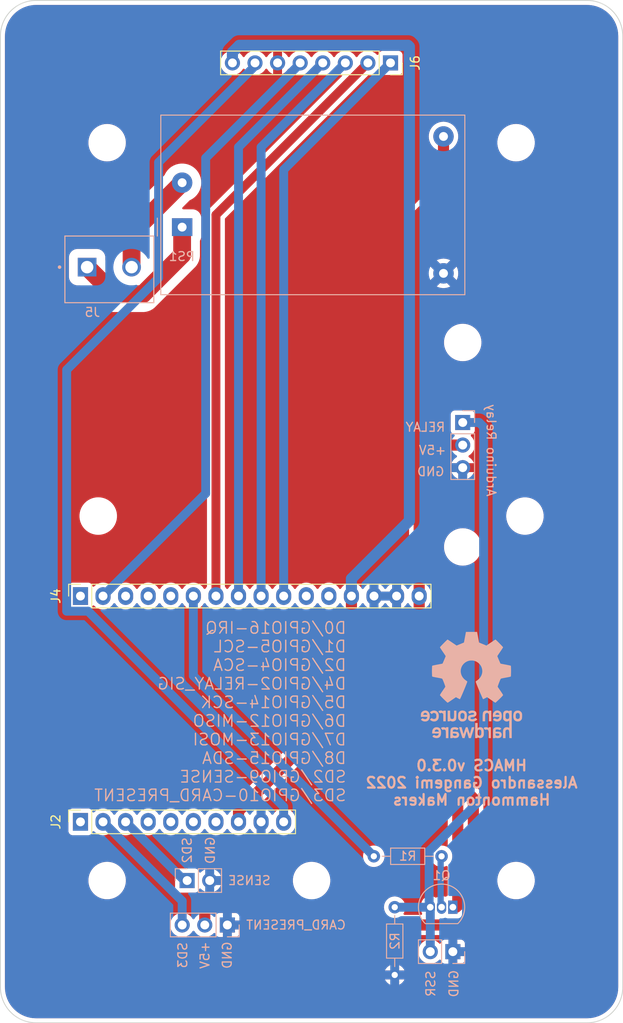
<source format=kicad_pcb>
(kicad_pcb (version 20211014) (generator pcbnew)
  (layers (0 "F.Cu" signal) (31 "B.Cu" signal) (36 "B.SilkS" user "B.Silkscreen") (37 "F.SilkS" user "F.Silkscreen") (38 "B.Mask" user) (39 "F.Mask" user) (44 "Edge.Cuts" user))
  (net 0 "")
  (net 1 "+3V3")
  (net 2 "A0")
  (net 3 "SD3")
  (net 4 "SD2")
  (net 5 "SD1")
  (net 6 "CMD")
  (net 7 "SD0")
  (net 8 "CLK")
  (net 9 "GND")
  (net 10 "RESET")
  (net 11 "EN")
  (net 12 "SCL")
  (net 13 "SCA")
  (net 14 "RELAY")
  (net 15 "SCK")
  (net 16 "MISO")
  (net 17 "MOSI")
  (net 18 "SDA")
  (net 19 "RX")
  (net 20 "TX")
  (net 21 "+5V")
  (net 22 "LINE")
  (net 23 "NEUT")
  (net 24 "Net-(Q1-Pad2)")
  (net 25 "IRQ")
  (net 26 "D3")
  (net 27 "RELAY_SIG")
  (footprint "MountingHole:MountingHole_3.2mm_M3" (layer "F.Cu") (at 61 93)
    (fp_text reference "REF**" hide)
    (fp_text value "MountingHole_3.2mm_M3")
    (pad "" np_thru_hole circle (at 0 0) (size 3.2 3.2) (drill 3.2) (layers *.Cu *.Mask))
  )
  (footprint "MountingHole:MountingHole_3.2mm_M3" (layer "F.Cu") (at 108 134)
    (fp_text reference "REF**" hide)
    (fp_text value "MountingHole_3.2mm_M3")
    (pad "" np_thru_hole circle (at 0 0) (size 3.2 3.2) (drill 3.2) (layers *.Cu *.Mask))
  )
  (footprint "MountingHole:MountingHole_3.2mm_M3" (layer "F.Cu") (at 62 134)
    (fp_text reference "REF**" hide)
    (fp_text value "MountingHole_3.2mm_M3")
    (pad "" np_thru_hole circle (at 0 0) (size 3.2 3.2) (drill 3.2) (layers *.Cu *.Mask))
  )
  (footprint "Connector_PinSocket_2.54mm:PinSocket_1x08_P2.54mm_Vertical" (layer "F.Cu") (at 93.875 42.025 -90)
    (fp_text reference "J6" (at 0 -2.77 90) (layer "F.SilkS"))
    (fp_text value "RFID_HEADER")
    (pad "1" thru_hole rect (at 0 0 270) (size 1.7 1.7) (drill 1) (layers *.Cu *.Mask) (net 18 "SDA"))
    (pad "2" thru_hole oval (at 0 2.54 270) (size 1.7 1.7) (drill 1) (layers *.Cu *.Mask) (net 15 "SCK"))
    (pad "3" thru_hole oval (at 0 5.08 270) (size 1.7 1.7) (drill 1) (layers *.Cu *.Mask) (net 17 "MOSI"))
    (pad "4" thru_hole oval (at 0 7.62 270) (size 1.7 1.7) (drill 1) (layers *.Cu *.Mask) (net 16 "MISO"))
    (pad "5" thru_hole oval (at 0 10.16 270) (size 1.7 1.7) (drill 1) (layers *.Cu *.Mask) (net 25 "IRQ"))
    (pad "6" thru_hole oval (at 0 12.7 270) (size 1.7 1.7) (drill 1) (layers *.Cu *.Mask) (net 9 "GND"))
    (pad "7" thru_hole oval (at 0 15.24 270) (size 1.7 1.7) (drill 1) (layers *.Cu *.Mask) (net 10 "RESET"))
    (pad "8" thru_hole oval (at 0 17.78 270) (size 1.7 1.7) (drill 1) (layers *.Cu *.Mask) (net 1 "+3V3"))
  )
  (footprint "MountingHole:MountingHole_3.2mm_M3" (layer "F.Cu") (at 85 134)
    (fp_text reference "REF**" hide)
    (fp_text value "MountingHole_3.2mm_M3")
    (pad "" np_thru_hole circle (at 0 0) (size 3.2 3.2) (drill 3.2) (layers *.Cu *.Mask))
  )
  (footprint "MountingHole:MountingHole_3.2mm_M3" (layer "F.Cu") (at 102 96.475)
    (fp_text reference "REF**" hide)
    (fp_text value "MountingHole_3.2mm_M3")
    (pad "" np_thru_hole circle (at 0 0) (size 3.2 3.2) (drill 3.2) (layers *.Cu *.Mask))
  )
  (footprint "MountingHole:MountingHole_3.2mm_M3" (layer "F.Cu") (at 62 51)
    (fp_text reference "REF**" hide)
    (fp_text value "MountingHole_3.2mm_M3")
    (pad "" np_thru_hole circle (at 0 0) (size 3.2 3.2) (drill 3.2) (layers *.Cu *.Mask))
  )
  (footprint "Connector_PinSocket_2.54mm:PinSocket_1x10_P2.54mm_Vertical" (layer "F.Cu") (at 59 127.4 90)
    (fp_text reference "J2" (at 0 -2.77 90) (layer "F.SilkS"))
    (fp_text value "MODULE_CONN_2")
    (pad "1" thru_hole rect (at 0 0 90) (size 2 1.7) (drill 1) (layers *.Cu *.Mask) (net 2 "A0"))
    (pad "2" thru_hole oval (at 0 2.54 90) (size 2 1.7) (drill 1) (layers *.Cu *.Mask) (net 3 "SD3"))
    (pad "3" thru_hole oval (at 0 5.08 90) (size 2 1.7) (drill 1) (layers *.Cu *.Mask) (net 4 "SD2"))
    (pad "4" thru_hole oval (at 0 7.62 90) (size 2 1.7) (drill 1) (layers *.Cu *.Mask) (net 5 "SD1"))
    (pad "5" thru_hole oval (at 0 10.16 90) (size 2 1.7) (drill 1) (layers *.Cu *.Mask) (net 6 "CMD"))
    (pad "6" thru_hole oval (at 0 12.7 90) (size 2 1.7) (drill 1) (layers *.Cu *.Mask) (net 7 "SD0"))
    (pad "7" thru_hole oval (at 0 15.24 90) (size 2 1.7) (drill 1) (layers *.Cu *.Mask) (net 8 "CLK"))
    (pad "8" thru_hole oval (at 0 17.78 90) (size 2 1.7) (drill 1) (layers *.Cu *.Mask) (net 1 "+3V3"))
    (pad "9" thru_hole oval (at 0 20.32 90) (size 2 1.7) (drill 1) (layers *.Cu *.Mask) (net 9 "GND"))
    (pad "10" thru_hole oval (at 0 22.86 90) (size 2 1.7) (drill 1) (layers *.Cu *.Mask) (net 10 "RESET"))
  )
  (footprint "MountingHole:MountingHole_3.2mm_M3" (layer "F.Cu") (at 108 51)
    (fp_text reference "REF**" hide)
    (fp_text value "MountingHole_3.2mm_M3")
    (pad "" np_thru_hole circle (at 0 0) (size 3.2 3.2) (drill 3.2) (layers *.Cu *.Mask))
  )
  (footprint "MountingHole:MountingHole_3.2mm_M3" (layer "F.Cu") (at 102 73.475)
    (fp_text reference "REF**" hide)
    (fp_text value "MountingHole_3.2mm_M3")
    (pad "" np_thru_hole circle (at 0 0) (size 3.2 3.2) (drill 3.2) (layers *.Cu *.Mask))
  )
  (footprint "MountingHole:MountingHole_3.2mm_M3" (layer "F.Cu") (at 109 93)
    (fp_text reference "REF**" hide)
    (fp_text value "MountingHole_3.2mm_M3")
    (pad "" np_thru_hole circle (at 0 0) (size 3.2 3.2) (drill 3.2) (layers *.Cu *.Mask))
  )
  (footprint "Connector_PinSocket_2.54mm:PinSocket_1x16_P2.54mm_Vertical" (layer "F.Cu") (at 59 102 90)
    (fp_text reference "J4" (at 0 -2.77 90) (layer "F.SilkS"))
    (fp_text value "MODULE_CONN_1")
    (pad "1" thru_hole rect (at 0 0 90) (size 2 1.7) (drill 1) (layers *.Cu *.Mask) (net 11 "EN"))
    (pad "2" thru_hole oval (at 0 2.54 90) (size 2 1.7) (drill 1) (layers *.Cu *.Mask) (net 25 "IRQ"))
    (pad "3" thru_hole oval (at 0 5.08 90) (size 2 1.7) (drill 1) (layers *.Cu *.Mask) (net 12 "SCL"))
    (pad "4" thru_hole oval (at 0 7.62 90) (size 2 1.7) (drill 1) (layers *.Cu *.Mask) (net 13 "SCA"))
    (pad "5" thru_hole oval (at 0 10.16 90) (size 2 1.7) (drill 1) (layers *.Cu *.Mask) (net 26 "D3"))
    (pad "6" thru_hole oval (at 0 12.7 90) (size 2 1.7) (drill 1) (layers *.Cu *.Mask) (net 27 "RELAY_SIG"))
    (pad "7" thru_hole oval (at 0 15.24 90) (size 2 1.7) (drill 1) (layers *.Cu *.Mask) (net 15 "SCK"))
    (pad "8" thru_hole oval (at 0 17.78 90) (size 2 1.7) (drill 1) (layers *.Cu *.Mask) (net 16 "MISO"))
    (pad "9" thru_hole oval (at 0 20.32 90) (size 2 1.7) (drill 1) (layers *.Cu *.Mask) (net 17 "MOSI"))
    (pad "10" thru_hole oval (at 0 22.86 90) (size 2 1.7) (drill 1) (layers *.Cu *.Mask) (net 18 "SDA"))
    (pad "11" thru_hole oval (at 0 25.4 90) (size 2 1.7) (drill 1) (layers *.Cu *.Mask) (net 19 "RX"))
    (pad "12" thru_hole oval (at 0 27.94 90) (size 2 1.7) (drill 1) (layers *.Cu *.Mask) (net 20 "TX"))
    (pad "13" thru_hole oval (at 0 30.48 90) (size 2 1.7) (drill 1) (layers *.Cu *.Mask) (net 1 "+3V3"))
    (pad "14" thru_hole oval (at 0 33.02 90) (size 2 1.7) (drill 1) (layers *.Cu *.Mask) (net 9 "GND"))
    (pad "15" thru_hole oval (at 0 35.56 90) (size 2 1.7) (drill 1) (layers *.Cu *.Mask) (net 9 "GND"))
    (pad "16" thru_hole oval (at 0 38.1 90) (size 2 1.7) (drill 1) (layers *.Cu *.Mask) (net 21 "+5V"))
  )
  (footprint "Symbol:OSHW-Logo_11.4x12mm_SilkScreen" (layer "B.Cu") (at 103 112 180)
    (fp_text reference "REF**" hide)
    (fp_text value "OSHW-Logo_11.4x12mm_SilkScreen" hide)
  )
  (footprint "Resistor_THT:R_Axial_DIN0204_L3.6mm_D1.6mm_P7.62mm_Horizontal" (layer "B.Cu") (at 94.35 137 -90)
    (fp_text reference "R2" (at 3.81 -0.02 90) (layer "B.SilkS") (effects (justify mirror)))
    (fp_text value "R")
    (pad "1" thru_hole circle (at 0 0 270) (size 1.4 1.4) (drill 0.7) (layers *.Cu *.Mask) (net 14 "RELAY"))
    (pad "2" thru_hole oval (at 7.62 0 270) (size 1.4 1.4) (drill 0.7) (layers *.Cu *.Mask) (net 9 "GND"))
  )
  (footprint "Connector_PinHeader_2.54mm:PinHeader_1x02_P2.54mm_Vertical" (layer "B.Cu") (at 71 134 -90)
    (fp_text reference "J3" hide)
    (fp_text value "SENSE_PIN_CONNECTOR")
    (pad "1" thru_hole rect (at 0 0 270) (size 1.7 1.7) (drill 1) (layers *.Cu *.Mask) (net 4 "SD2"))
    (pad "2" thru_hole oval (at 0 -2.54 270) (size 1.7 1.7) (drill 1) (layers *.Cu *.Mask) (net 9 "GND"))
  )
  (footprint "Resistor_THT:R_Axial_DIN0204_L3.6mm_D1.6mm_P7.62mm_Horizontal" (layer "B.Cu") (at 92 131.27)
    (fp_text reference "R1" (at 3.81 -0.02) (layer "B.SilkS") (effects (justify mirror)))
    (fp_text value "R")
    (pad "1" thru_hole circle (at 0 0) (size 1.4 1.4) (drill 0.7) (layers *.Cu *.Mask) (net 27 "RELAY_SIG"))
    (pad "2" thru_hole circle (at 7.62 0) (size 1.4 1.4) (drill 0.7) (layers *.Cu *.Mask) (net 24 "Net-(Q1-Pad2)"))
  )
  (footprint "Package_TO_SOT_THT:TO-92_Inline" (layer "B.Cu") (at 100.89 137 180)
    (fp_text reference "Q1" (at 1.27 3.56) (layer "B.SilkS") (effects (justify mirror)))
    (fp_text value "2N3906")
    (pad "1" thru_hole rect (at 0 0 180) (size 1.05 1.5) (drill 0.75) (layers *.Cu *.Mask) (net 1 "+3V3"))
    (pad "2" thru_hole oval (at 1.27 0 180) (size 1.05 1.5) (drill 0.75) (layers *.Cu *.Mask) (net 24 "Net-(Q1-Pad2)"))
    (pad "3" thru_hole oval (at 2.54 0 180) (size 1.05 1.5) (drill 0.75) (layers *.Cu *.Mask) (net 14 "RELAY"))
  )
  (footprint "Converter_ACDC:Converter_ACDC_HiLink_HLK-PMxx" (layer "B.Cu") (at 70.4375 60.5)
    (fp_text reference "PS1" (at -0.0375 3.3 180) (layer "B.SilkS") (effects (justify mirror)))
    (fp_text value "HLK-PM01")
    (pad "1" thru_hole rect (at 0 0) (size 2.3 2) (drill 1) (layers *.Cu *.Mask) (net 22 "LINE"))
    (pad "2" thru_hole circle (at 0 -5) (size 2.3 2.3) (drill 1) (layers *.Cu *.Mask) (net 23 "NEUT"))
    (pad "3" thru_hole circle (at 29.4 5.2) (size 2.3 2.3) (drill 1) (layers *.Cu *.Mask) (net 9 "GND"))
    (pad "4" thru_hole circle (at 29.4 -10.2) (size 2.3 2.3) (drill 1) (layers *.Cu *.Mask) (net 21 "+5V"))
  )
  (footprint "Connector_PinHeader_2.54mm:PinHeader_1x03_P2.54mm_Vertical" (layer "B.Cu") (at 102 82.475 180)
    (fp_text reference "J7" hide)
    (fp_text value "RELAY_CONNECTOR")
    (pad "1" thru_hole rect (at 0 0 180) (size 1.7 1.7) (drill 1) (layers *.Cu *.Mask) (net 14 "RELAY"))
    (pad "2" thru_hole oval (at 0 -2.54 180) (size 1.7 1.7) (drill 1) (layers *.Cu *.Mask) (net 21 "+5V"))
    (pad "3" thru_hole oval (at 0 -5.08 180) (size 1.7 1.7) (drill 1) (layers *.Cu *.Mask) (net 9 "GND"))
  )
  (footprint "Connector_PinHeader_2.54mm:PinHeader_1x03_P2.54mm_Vertical" (layer "B.Cu") (at 75.525 139 90)
    (fp_text reference "J1" hide)
    (fp_text value "EXT_CONNECTOR")
    (pad "1" thru_hole rect (at 0 0 90) (size 1.7 1.7) (drill 1) (layers *.Cu *.Mask) (net 9 "GND"))
    (pad "2" thru_hole oval (at 0 -2.54 90) (size 1.7 1.7) (drill 1) (layers *.Cu *.Mask) (net 21 "+5V"))
    (pad "3" thru_hole oval (at 0 -5.08 90) (size 1.7 1.7) (drill 1) (layers *.Cu *.Mask) (net 3 "SD3"))
  )
  (footprint "Connector_PinHeader_2.54mm:PinHeader_1x02_P2.54mm_Vertical" (layer "B.Cu") (at 100.89 142 90)
    (fp_text reference "J8" hide)
    (fp_text value "SSR_CONNECTOR")
    (pad "1" thru_hole rect (at 0 0 90) (size 1.7 1.7) (drill 1) (layers *.Cu *.Mask) (net 9 "GND"))
    (pad "2" thru_hole oval (at 0 -2.54 90) (size 1.7 1.7) (drill 1) (layers *.Cu *.Mask) (net 14 "RELAY"))
  )
  (footprint "kf301-2p:HANDSON_KF301-2P" (layer "B.Cu") (at 62.25 65)
    (fp_text reference "J5" (at -1.905 5.08 180) (layer "B.SilkS") (effects (justify mirror)))
    (fp_text value "AC_INPUT")
    (pad "1" thru_hole rect locked (at -2.5 0) (size 2.1 2.1) (drill 1.4) (layers *.Cu *.Mask) (net 22 "LINE"))
    (pad "2" thru_hole circle locked (at 2.5 0) (size 2.1 2.1) (drill 1.4) (layers *.Cu *.Mask) (net 23 "NEUT"))
  )
  (gr_line (start 116 150) (end 54 150) (layer "Edge.Cuts") (width 0.1))
  (gr_line (start 50 146) (end 50 39) (layer "Edge.Cuts") (width 0.1))
  (gr_line (start 120 39) (end 120 146) (layer "Edge.Cuts") (width 0.1))
  (gr_arc (start 116 35) (mid 118.828427 36.171573) (end 120 39) (layer "Edge.Cuts") (width 0.1))
  (gr_line (start 54 35) (end 116 35) (layer "Edge.Cuts") (width 0.1))
  (gr_arc (start 54 150) (mid 51.171573 148.828427) (end 50 146) (layer "Edge.Cuts") (width 0.1))
  (gr_arc (start 120 146) (mid 118.828427 148.828427) (end 116 150) (layer "Edge.Cuts") (width 0.1))
  (gr_arc (start 50 39) (mid 51.171573 36.171573) (end 54 35) (layer "Edge.Cuts") (width 0.1))
  (gr_text "Arduino Relay" (at 105.2 85.6 270) (layer "B.SilkS") (effects (font (size 1 1)) (justify mirror)))
  (gr_text "GND" (at 75.5 142.4 90) (layer "B.SilkS") (effects (font (size 1 1)) (justify mirror)))
  (gr_text "SD3" (at 70.5 142.4 90) (layer "B.SilkS") (effects (font (size 1 1)) (justify mirror)))
  (gr_text "GND" (at 73.6 130.6 90) (layer "B.SilkS") (effects (font (size 1 1)) (justify mirror)))
  (gr_text "HMACS v0.3.0\nAlessandro Gangemi 2022\nHammonton Makers" (at 103 123) (layer "B.SilkS") (effects (font (size 1.2 1.2) (thickness 0.25)) (justify mirror)))
  (gr_text "+5V" (at 73 142.4 90) (layer "B.SilkS") (effects (font (size 1 1)) (justify mirror)))
  (gr_text "SSR" (at 98.4 145.6 90) (layer "B.SilkS") (effects (font (size 1 1)) (justify mirror)))
  (gr_text "CARD_PRESENT" (at 83.25 139) (layer "B.SilkS") (effects (font (size 1 1)) (justify mirror)))
  (gr_text "SD2" (at 71 130.6 90) (layer "B.SilkS") (effects (font (size 1 1)) (justify mirror)))
  (gr_text "GND" (at 98.4 88) (layer "B.SilkS") (effects (font (size 1 1)) (justify mirror)))
  (gr_text "SENSE" (at 78 134) (layer "B.SilkS") (effects (font (size 1 1)) (justify mirror)))
  (gr_text "+5V" (at 98.6 85.6) (layer "B.SilkS") (effects (font (size 1 1)) (justify mirror)))
  (gr_text "D0/GPIO16-IRQ\nD1/GPIO5-SCL\nD2/GPIO4-SCA\nD4/GPIO2-RELAY_SIG\nD5/GPIO14-SCK\nD6/GPIO12-MISO\nD7/GPIO13-MOSI\nD8/GPIO15-SDA\nSD2/GPIO9-SENSE\nSD3/GPIO10-CARD_PRESENT" (at 89 115) (layer "B.SilkS") (effects (font (size 1.3 1.3)) (justify left mirror)))
  (gr_text "RELAY" (at 97.8 83) (layer "B.SilkS") (effects (font (size 1 1)) (justify mirror)))
  (gr_text "GND" (at 101 145.6 90) (layer "B.SilkS") (effects (font (size 1 1)) (justify mirror)))
  (segment (start 76.78 126.197919) (end 89.48 113.497919) (width 1.25) (layer "F.Cu") (net 1))
  (segment (start 101.444511 125.46243) (end 101.444511 136.825009) (width 1.25) (layer "F.Cu") (net 1))
  (segment (start 101.444511 136.825009) (end 101.26952 137) (width 1.25) (layer "F.Cu") (net 1))
  (segment (start 76.78 127.4) (end 76.78 126.197919) (width 1.25) (layer "F.Cu") (net 1))
  (segment (start 101.444511 125.46243) (end 89.48 113.497919) (width 1.25) (layer "F.Cu") (net 1))
  (segment (start 89.48 113.497919) (end 89.48 102) (width 1.25) (layer "F.Cu") (net 1))
  (segment (start 89.48 100.05) (end 89.48 102) (width 1.25) (layer "B.Cu") (net 1))
  (segment (start 96 40.200978) (end 96 93.53) (width 1.25) (layer "B.Cu") (net 1))
  (segment (start 95.849511 40.050489) (end 96 40.200978) (width 1.25) (layer "B.Cu") (net 1))
  (segment (start 96 93.53) (end 89.48 100.05) (width 1.25) (layer "B.Cu") (net 1))
  (segment (start 76.86743 40.050489) (end 95.849511 40.050489) (width 1.25) (layer "B.Cu") (net 1))
  (segment (start 76.095 40.822919) (end 76.86743 40.050489) (width 1.25) (layer "B.Cu") (net 1))
  (segment (start 76.095 42.025) (end 76.095 40.822919) (width 1.25) (layer "B.Cu") (net 1))
  (segment (start 70.445 139) (end 70.445 136.305) (width 1) (layer "B.Cu") (net 3))
  (segment (start 70.445 136.305) (end 61.54 127.4) (width 1) (layer "B.Cu") (net 3))
  (segment (start 71 134) (end 70.68 134) (width 1) (layer "B.Cu") (net 4))
  (segment (start 70.68 134) (end 64.08 127.4) (width 1) (layer "B.Cu") (net 4))
  (segment (start 57.450489 103.699511) (end 57.450489 76.549511) (width 1) (layer "B.Cu") (net 10))
  (segment (start 78.635 42.365) (end 78.635 42.025) (width 1) (layer "B.Cu") (net 10))
  (segment (start 81.86 125.7) (end 59.859511 103.699511) (width 1) (layer "B.Cu") (net 10))
  (segment (start 81.86 127.4) (end 81.86 125.7) (width 1) (layer "B.Cu") (net 10))
  (segment (start 59.859511 103.699511) (end 57.450489 103.699511) (width 1) (layer "B.Cu") (net 10))
  (segment (start 67.787989 53.212011) (end 78.635 42.365) (width 1) (layer "B.Cu") (net 10))
  (segment (start 57.450489 76.549511) (end 67.787989 66.212011) (width 1) (layer "B.Cu") (net 10))
  (segment (start 67.787989 66.212011) (end 67.787989 53.212011) (width 1) (layer "B.Cu") (net 10))
  (segment (start 103.85 82.475) (end 102 82.475) (width 1) (layer "B.Cu") (net 14))
  (segment (start 98.220489 136.870489) (end 98.220489 130.690302) (width 1) (layer "B.Cu") (net 14))
  (segment (start 98.220489 130.690302) (end 104.349521 124.56127) (width 1) (layer "B.Cu") (net 14))
  (segment (start 104.349521 82.974521) (end 103.85 82.475) (width 1) (layer "B.Cu") (net 14))
  (segment (start 98.35 137) (end 94.35 137) (width 1) (layer "B.Cu") (net 14))
  (segment (start 104.349521 124.56127) (end 104.349521 82.974521) (width 1) (layer "B.Cu") (net 14))
  (segment (start 98.35 137) (end 98.220489 136.870489) (width 1) (layer "B.Cu") (net 14))
  (segment (start 98.35 137) (end 98.35 142) (width 1) (layer "B.Cu") (net 14))
  (segment (start 74.24 59.12) (end 91.335 42.025) (width 1) (layer "F.Cu") (net 15))
  (segment (start 74.24 102) (end 74.24 59.12) (width 1) (layer "F.Cu") (net 15))
  (segment (start 76.78 102) (end 76.78 51.5) (width 1) (layer "B.Cu") (net 16))
  (segment (start 76.78 51.5) (end 86.255 42.025) (width 1) (layer "B.Cu") (net 16))
  (segment (start 79.32 102) (end 79.32 51.5) (width 1) (layer "B.Cu") (net 17))
  (segment (start 79.32 51.5) (end 88.795 42.025) (width 1) (layer "B.Cu") (net 17))
  (segment (start 81.86 54.04) (end 93.875 42.025) (width 1) (layer "B.Cu") (net 18))
  (segment (start 81.86 102) (end 81.86 54.04) (width 1) (layer "B.Cu") (net 18))
  (segment (start 97.1 102) (end 97.1 85.1) (width 1.25) (layer "F.Cu") (net 21))
  (segment (start 73.550489 137.025489) (end 87.36524 137.025489) (width 1.25) (layer "F.Cu") (net 21))
  (segment (start 89.339751 139) (end 101.979022 139) (width 1.25) (layer "F.Cu") (net 21))
  (segment (start 101.979022 139) (end 103.194031 137.784991) (width 1.25) (layer "F.Cu") (net 21))
  (segment (start 97.185 85.015) (end 97.1 85.1) (width 1.25) (layer "F.Cu") (net 21))
  (segment (start 99.8375 56.3) (end 99.8375 50.3) (width 1.25) (layer "F.Cu") (net 21))
  (segment (start 103.194031 137.784991) (end 103.19403 124.737755) (width 1.25) (layer "F.Cu") (net 21))
  (segment (start 87.36524 137.025489) (end 89.339751 139) (width 1.25) (layer "F.Cu") (net 21))
  (segment (start 102 85.015) (end 97.185 85.015) (width 1.25) (layer "F.Cu") (net 21))
  (segment (start 72.985 139) (end 72.985 137.590978) (width 1.25) (layer "F.Cu") (net 21))
  (segment (start 103.19403 124.737755) (end 97.1 118.643725) (width 1.25) (layer "F.Cu") (net 21))
  (segment (start 72.985 137.590978) (end 73.550489 137.025489) (width 1.25) (layer "F.Cu") (net 21))
  (segment (start 97.1 118.643725) (end 97.1 102) (width 1.25) (layer "F.Cu") (net 21))
  (segment (start 97.1 59.0375) (end 99.8375 56.3) (width 1.25) (layer "F.Cu") (net 21))
  (segment (start 97.1 85.1) (end 97.1 59.0375) (width 1.25) (layer "F.Cu") (net 21))
  (segment (start 62.799511 68.049511) (end 59.75 65) (width 2) (layer "F.Cu") (net 22))
  (segment (start 66.01315 68.049511) (end 62.799511 68.049511) (width 2) (layer "F.Cu") (net 22))
  (segment (start 70.4375 63.625161) (end 66.01315 68.049511) (width 2) (layer "F.Cu") (net 22))
  (segment (start 70.4375 60.5) (end 70.4375 63.625161) (width 2) (layer "F.Cu") (net 22))
  (segment (start 64.75 61.1875) (end 64.75 65) (width 2) (layer "F.Cu") (net 23))
  (segment (start 70.4375 55.5) (end 64.75 61.1875) (width 2) (layer "F.Cu") (net 23))
  (segment (start 99.62 131.27) (end 99.515489 131.374511) (width 0.7) (layer "B.Cu") (net 24))
  (segment (start 99.515489 131.374511) (end 99.515489 137) (width 0.7) (layer "B.Cu") (net 24))
  (segment (start 61.54 102) (end 73.087011 90.452989) (width 1) (layer "B.Cu") (net 25))
  (segment (start 83.715 42.100605) (end 83.715 42.025) (width 1) (layer "B.Cu") (net 25))
  (segment (start 73.087011 52.728594) (end 83.715 42.100605) (width 1) (layer "B.Cu") (net 25))
  (segment (start 73.087011 90.452989) (end 73.087011 52.728594) (width 1) (layer "B.Cu") (net 25))
  (segment (start 71.7 102) (end 71.7 110.97) (width 1) (layer "B.Cu") (net 27))
  (segment (start 71.7 110.97) (end 92 131.27) (width 1) (layer "B.Cu") (net 27))
  (zone (net 9) (net_name "GND") (layers F&B.Cu) (connect_pads (clearance 0.508)) (min_thickness 0.254) (fill yes (thermal_gap 0.508) (thermal_bridge_width 1) (smoothing fillet) (radius 2))
    (polygon (pts (xy 120 150) (xy 50 150) (xy 50 35) (xy 120 35)))
  )
)
</source>
